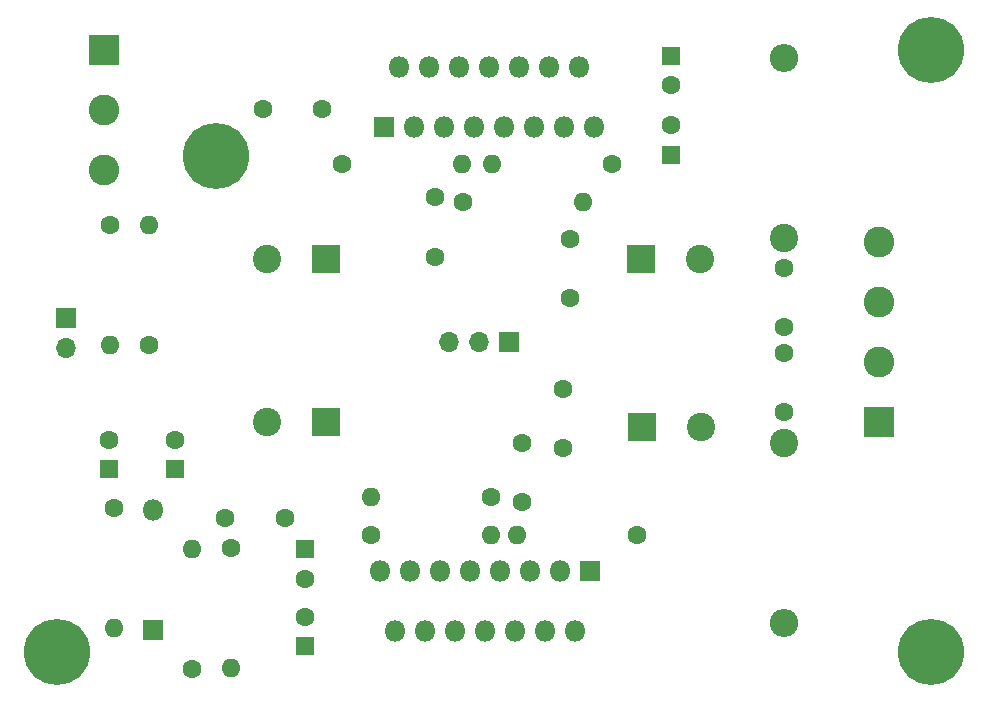
<source format=gbr>
%TF.GenerationSoftware,KiCad,Pcbnew,6.0.9-8da3e8f707~117~ubuntu20.04.1*%
%TF.CreationDate,2022-12-08T11:19:40-05:00*%
%TF.ProjectId,TDA7294,54444137-3239-4342-9e6b-696361645f70,v1.0.0*%
%TF.SameCoordinates,PX6146580PY3dfd240*%
%TF.FileFunction,Soldermask,Top*%
%TF.FilePolarity,Negative*%
%FSLAX46Y46*%
G04 Gerber Fmt 4.6, Leading zero omitted, Abs format (unit mm)*
G04 Created by KiCad (PCBNEW 6.0.9-8da3e8f707~117~ubuntu20.04.1) date 2022-12-08 11:19:40*
%MOMM*%
%LPD*%
G01*
G04 APERTURE LIST*
%ADD10R,1.600000X1.600000*%
%ADD11C,1.600000*%
%ADD12R,2.400000X2.400000*%
%ADD13C,2.400000*%
%ADD14R,1.800000X1.800000*%
%ADD15O,1.800000X1.800000*%
%ADD16R,2.600000X2.600000*%
%ADD17C,2.600000*%
%ADD18R,1.700000X1.700000*%
%ADD19O,1.700000X1.700000*%
%ADD20O,1.600000X1.600000*%
%ADD21O,2.400000X2.400000*%
%ADD22C,5.600000*%
G04 APERTURE END LIST*
D10*
%TO.C,C1*%
X12900000Y-44000000D03*
D11*
X12900000Y-41500000D03*
%TD*%
D10*
%TO.C,C2*%
X18500000Y-44000000D03*
D11*
X18500000Y-41500000D03*
%TD*%
%TO.C,C3*%
X40500000Y-21000000D03*
X40500000Y-26000000D03*
%TD*%
D10*
%TO.C,C4*%
X60500000Y-17400000D03*
D11*
X60500000Y-14900000D03*
%TD*%
%TO.C,C5*%
X52000000Y-24500000D03*
X52000000Y-29500000D03*
%TD*%
%TO.C,C6*%
X26000000Y-13500000D03*
X31000000Y-13500000D03*
%TD*%
D12*
%TO.C,C7*%
X58000000Y-26250000D03*
D13*
X63000000Y-26250000D03*
%TD*%
D12*
%TO.C,C8*%
X31300000Y-26200000D03*
D13*
X26300000Y-26200000D03*
%TD*%
D10*
%TO.C,C9*%
X60500000Y-9000000D03*
D11*
X60500000Y-11500000D03*
%TD*%
%TO.C,C10*%
X70100000Y-32000000D03*
X70100000Y-27000000D03*
%TD*%
%TO.C,C11*%
X47900000Y-46800000D03*
X47900000Y-41800000D03*
%TD*%
D10*
%TO.C,C12*%
X29500000Y-50800000D03*
D11*
X29500000Y-53300000D03*
%TD*%
%TO.C,C13*%
X51400000Y-42200000D03*
X51400000Y-37200000D03*
%TD*%
%TO.C,C14*%
X22800000Y-48100000D03*
X27800000Y-48100000D03*
%TD*%
D12*
%TO.C,C15*%
X58100000Y-40400000D03*
D13*
X63100000Y-40400000D03*
%TD*%
D12*
%TO.C,C16*%
X31300000Y-40000000D03*
D13*
X26300000Y-40000000D03*
%TD*%
D10*
%TO.C,C17*%
X29500000Y-59000000D03*
D11*
X29500000Y-56500000D03*
%TD*%
%TO.C,C18*%
X70100000Y-34200000D03*
X70100000Y-39200000D03*
%TD*%
D14*
%TO.C,D1*%
X16700000Y-57580000D03*
D15*
X16700000Y-47420000D03*
%TD*%
D16*
%TO.C,J1*%
X12500000Y-8500000D03*
D17*
X12500000Y-13580000D03*
X12500000Y-18660000D03*
%TD*%
D16*
%TO.C,J2*%
X78100000Y-40000000D03*
D17*
X78100000Y-34920000D03*
X78100000Y-29840000D03*
X78100000Y-24760000D03*
%TD*%
D18*
%TO.C,JP1*%
X9300000Y-31200000D03*
D19*
X9300000Y-33740000D03*
%TD*%
D11*
%TO.C,R1*%
X16300000Y-33460000D03*
D20*
X16300000Y-23300000D03*
%TD*%
D11*
%TO.C,R2*%
X13000000Y-23300000D03*
D20*
X13000000Y-33460000D03*
%TD*%
D11*
%TO.C,R3*%
X20000000Y-60880000D03*
D20*
X20000000Y-50720000D03*
%TD*%
D11*
%TO.C,R4*%
X23300000Y-50700000D03*
D20*
X23300000Y-60860000D03*
%TD*%
D11*
%TO.C,R5*%
X13400000Y-47320000D03*
D20*
X13400000Y-57480000D03*
%TD*%
D11*
%TO.C,R6*%
X32700000Y-18200000D03*
D20*
X42860000Y-18200000D03*
%TD*%
D11*
%TO.C,R7*%
X42900000Y-21400000D03*
D20*
X53060000Y-21400000D03*
%TD*%
D11*
%TO.C,R8*%
X55500000Y-18200000D03*
D20*
X45340000Y-18200000D03*
%TD*%
D13*
%TO.C,R9*%
X70100000Y-24400000D03*
D21*
X70100000Y-9160000D03*
%TD*%
D11*
%TO.C,R10*%
X57660000Y-49600000D03*
D20*
X47500000Y-49600000D03*
%TD*%
D11*
%TO.C,R11*%
X45260000Y-46400000D03*
D20*
X35100000Y-46400000D03*
%TD*%
D13*
%TO.C,R13*%
X70100000Y-41800000D03*
D21*
X70100000Y-57040000D03*
%TD*%
D14*
%TO.C,U1*%
X36250000Y-15000000D03*
D15*
X37520000Y-9920000D03*
X38790000Y-15000000D03*
X40060000Y-9920000D03*
X41330000Y-15000000D03*
X42600000Y-9920000D03*
X43870000Y-15000000D03*
X45140000Y-9920000D03*
X46410000Y-15000000D03*
X47680000Y-9920000D03*
X48950000Y-15000000D03*
X50220000Y-9920000D03*
X51490000Y-15000000D03*
X52760000Y-9920000D03*
X54030000Y-15000000D03*
%TD*%
D14*
%TO.C,U2*%
X53700000Y-52600000D03*
D15*
X52430000Y-57680000D03*
X51160000Y-52600000D03*
X49890000Y-57680000D03*
X48620000Y-52600000D03*
X47350000Y-57680000D03*
X46080000Y-52600000D03*
X44810000Y-57680000D03*
X43540000Y-52600000D03*
X42270000Y-57680000D03*
X41000000Y-52600000D03*
X39730000Y-57680000D03*
X38460000Y-52600000D03*
X37190000Y-57680000D03*
X35920000Y-52600000D03*
%TD*%
D18*
%TO.C,J3*%
X46840000Y-33200000D03*
D19*
X44300000Y-33200000D03*
X41760000Y-33200000D03*
%TD*%
D11*
%TO.C,R12*%
X35100000Y-49600000D03*
D20*
X45260000Y-49600000D03*
%TD*%
D22*
%TO.C,H3*%
X82500000Y-8500000D03*
%TD*%
%TO.C,H2*%
X8500000Y-59500000D03*
%TD*%
%TO.C,H4*%
X22000000Y-17500000D03*
%TD*%
%TO.C,H1*%
X82500000Y-59500000D03*
%TD*%
M02*

</source>
